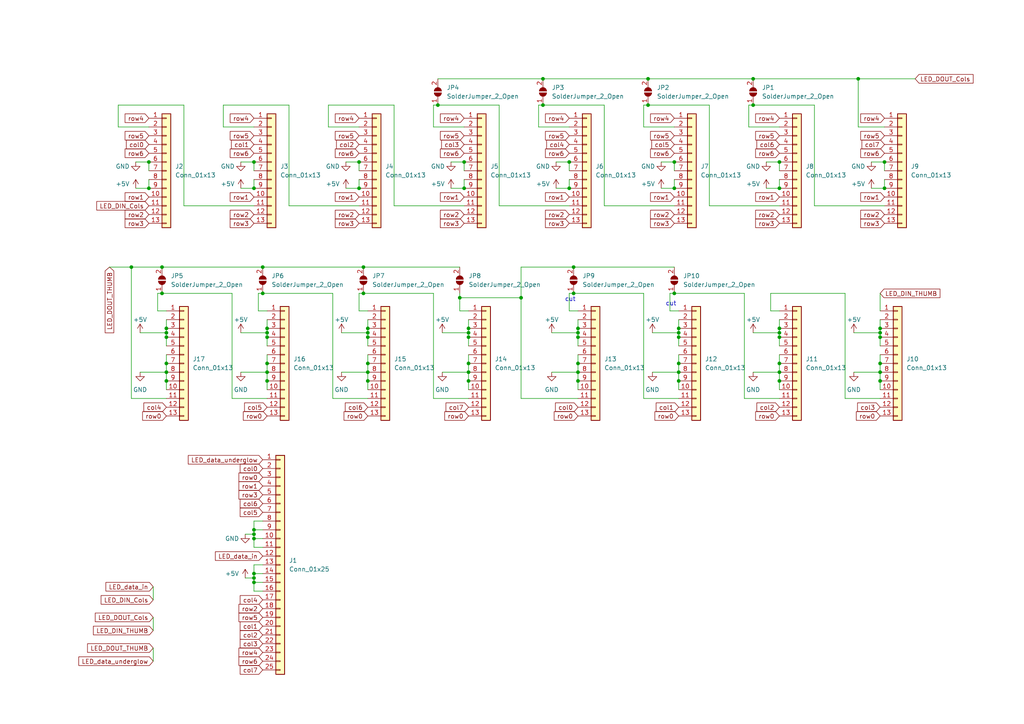
<source format=kicad_sch>
(kicad_sch (version 20230808) (generator eeschema)
  (paper "A4")
  (lib_symbols
    (symbol "Connector_Generic:Conn_01x13" (pin_names (offset 1.016) hide)
      (property "Reference" "J" (at 0 17.78 0))
      (property "Value" "Conn_01x13" (at 0 -17.78 0))
      (symbol "Conn_01x13_1_1"
        (rectangle (start -1.27 -15.113) (end 0 -15.367) (stroke (width 0.1524)))
        (rectangle (start -1.27 -12.573) (end 0 -12.827) (stroke (width 0.1524)))
        (rectangle (start -1.27 -10.033) (end 0 -10.287) (stroke (width 0.1524)))
        (rectangle (start -1.27 -7.493) (end 0 -7.747) (stroke (width 0.1524)))
        (rectangle (start -1.27 -4.953) (end 0 -5.207) (stroke (width 0.1524)))
        (rectangle (start -1.27 -2.413) (end 0 -2.667) (stroke (width 0.1524)))
        (rectangle (start -1.27 0.127) (end 0 -0.127) (stroke (width 0.1524)))
        (rectangle (start -1.27 2.667) (end 0 2.413) (stroke (width 0.1524)))
        (rectangle (start -1.27 5.207) (end 0 4.953) (stroke (width 0.1524)))
        (rectangle (start -1.27 7.747) (end 0 7.493) (stroke (width 0.1524)))
        (rectangle (start -1.27 10.287) (end 0 10.033) (stroke (width 0.1524)))
        (rectangle (start -1.27 12.827) (end 0 12.573) (stroke (width 0.1524)))
        (rectangle (start -1.27 15.367) (end 0 15.113) (stroke (width 0.1524)))
        (rectangle (start -1.27 16.51) (end 1.27 -16.51) (stroke (width 0.254)) (fill (type background)))
        (pin passive line (at -5.08 15.24 0) (length 3.81) (name "Pin_1") (number "1"))
        (pin passive line (at -5.08 -7.62 0) (length 3.81) (name "Pin_10") (number "10"))
        (pin passive line (at -5.08 -10.16 0) (length 3.81) (name "Pin_11") (number "11"))
        (pin passive line (at -5.08 -12.7 0) (length 3.81) (name "Pin_12") (number "12"))
        (pin passive line (at -5.08 -15.24 0) (length 3.81) (name "Pin_13") (number "13"))
        (pin passive line (at -5.08 12.7 0) (length 3.81) (name "Pin_2") (number "2"))
        (pin passive line (at -5.08 10.16 0) (length 3.81) (name "Pin_3") (number "3"))
        (pin passive line (at -5.08 7.62 0) (length 3.81) (name "Pin_4") (number "4"))
        (pin passive line (at -5.08 5.08 0) (length 3.81) (name "Pin_5") (number "5"))
        (pin passive line (at -5.08 2.54 0) (length 3.81) (name "Pin_6") (number "6"))
        (pin passive line (at -5.08 0 0) (length 3.81) (name "Pin_7") (number "7"))
        (pin passive line (at -5.08 -2.54 0) (length 3.81) (name "Pin_8") (number "8"))
        (pin passive line (at -5.08 -5.08 0) (length 3.81) (name "Pin_9") (number "9"))
      )
    )
    (symbol "Connector_Generic:Conn_01x25" (pin_names (offset 1.016) hide)
      (property "Reference" "J" (at 0 33.02 0))
      (property "Value" "Conn_01x25" (at 0 -33.02 0))
      (symbol "Conn_01x25_1_1"
        (rectangle (start -1.27 -30.353) (end 0 -30.607) (stroke (width 0.1524)))
        (rectangle (start -1.27 -27.813) (end 0 -28.067) (stroke (width 0.1524)))
        (rectangle (start -1.27 -25.273) (end 0 -25.527) (stroke (width 0.1524)))
        (rectangle (start -1.27 -22.733) (end 0 -22.987) (stroke (width 0.1524)))
        (rectangle (start -1.27 -20.193) (end 0 -20.447) (stroke (width 0.1524)))
        (rectangle (start -1.27 -17.653) (end 0 -17.907) (stroke (width 0.1524)))
        (rectangle (start -1.27 -15.113) (end 0 -15.367) (stroke (width 0.1524)))
        (rectangle (start -1.27 -12.573) (end 0 -12.827) (stroke (width 0.1524)))
        (rectangle (start -1.27 -10.033) (end 0 -10.287) (stroke (width 0.1524)))
        (rectangle (start -1.27 -7.493) (end 0 -7.747) (stroke (width 0.1524)))
        (rectangle (start -1.27 -4.953) (end 0 -5.207) (stroke (width 0.1524)))
        (rectangle (start -1.27 -2.413) (end 0 -2.667) (stroke (width 0.1524)))
        (rectangle (start -1.27 0.127) (end 0 -0.127) (stroke (width 0.1524)))
        (rectangle (start -1.27 2.667) (end 0 2.413) (stroke (width 0.1524)))
        (rectangle (start -1.27 5.207) (end 0 4.953) (stroke (width 0.1524)))
        (rectangle (start -1.27 7.747) (end 0 7.493) (stroke (width 0.1524)))
        (rectangle (start -1.27 10.287) (end 0 10.033) (stroke (width 0.1524)))
        (rectangle (start -1.27 12.827) (end 0 12.573) (stroke (width 0.1524)))
        (rectangle (start -1.27 15.367) (end 0 15.113) (stroke (width 0.1524)))
        (rectangle (start -1.27 17.907) (end 0 17.653) (stroke (width 0.1524)))
        (rectangle (start -1.27 20.447) (end 0 20.193) (stroke (width 0.1524)))
        (rectangle (start -1.27 22.987) (end 0 22.733) (stroke (width 0.1524)))
        (rectangle (start -1.27 25.527) (end 0 25.273) (stroke (width 0.1524)))
        (rectangle (start -1.27 28.067) (end 0 27.813) (stroke (width 0.1524)))
        (rectangle (start -1.27 30.607) (end 0 30.353) (stroke (width 0.1524)))
        (rectangle (start -1.27 31.75) (end 1.27 -31.75) (stroke (width 0.254)) (fill (type background)))
        (pin passive line (at -5.08 30.48 0) (length 3.81) (name "Pin_1") (number "1"))
        (pin passive line (at -5.08 7.62 0) (length 3.81) (name "Pin_10") (number "10"))
        (pin passive line (at -5.08 5.08 0) (length 3.81) (name "Pin_11") (number "11"))
        (pin passive line (at -5.08 2.54 0) (length 3.81) (name "Pin_12") (number "12"))
        (pin passive line (at -5.08 0 0) (length 3.81) (name "Pin_13") (number "13"))
        (pin passive line (at -5.08 -2.54 0) (length 3.81) (name "Pin_14") (number "14"))
        (pin passive line (at -5.08 -5.08 0) (length 3.81) (name "Pin_15") (number "15"))
        (pin passive line (at -5.08 -7.62 0) (length 3.81) (name "Pin_16") (number "16"))
        (pin passive line (at -5.08 -10.16 0) (length 3.81) (name "Pin_17") (number "17"))
        (pin passive line (at -5.08 -12.7 0) (length 3.81) (name "Pin_18") (number "18"))
        (pin passive line (at -5.08 -15.24 0) (length 3.81) (name "Pin_19") (number "19"))
        (pin passive line (at -5.08 27.94 0) (length 3.81) (name "Pin_2") (number "2"))
        (pin passive line (at -5.08 -17.78 0) (length 3.81) (name "Pin_20") (number "20"))
        (pin passive line (at -5.08 -20.32 0) (length 3.81) (name "Pin_21") (number "21"))
        (pin passive line (at -5.08 -22.86 0) (length 3.81) (name "Pin_22") (number "22"))
        (pin passive line (at -5.08 -25.4 0) (length 3.81) (name "Pin_23") (number "23"))
        (pin passive line (at -5.08 -27.94 0) (length 3.81) (name "Pin_24") (number "24"))
        (pin passive line (at -5.08 -30.48 0) (length 3.81) (name "Pin_25") (number "25"))
        (pin passive line (at -5.08 25.4 0) (length 3.81) (name "Pin_3") (number "3"))
        (pin passive line (at -5.08 22.86 0) (length 3.81) (name "Pin_4") (number "4"))
        (pin passive line (at -5.08 20.32 0) (length 3.81) (name "Pin_5") (number "5"))
        (pin passive line (at -5.08 17.78 0) (length 3.81) (name "Pin_6") (number "6"))
        (pin passive line (at -5.08 15.24 0) (length 3.81) (name "Pin_7") (number "7"))
        (pin passive line (at -5.08 12.7 0) (length 3.81) (name "Pin_8") (number "8"))
        (pin passive line (at -5.08 10.16 0) (length 3.81) (name "Pin_9") (number "9"))
      )
    )
    (symbol "Jumper:SolderJumper_2_Open" (pin_names (offset 0) hide)
      (property "Reference" "JP" (at 0 2.032 0))
      (property "Value" "SolderJumper_2_Open" (at 0 -2.54 0))
      (symbol "SolderJumper_2_Open_0_1"
        (arc (start -0.254 1.016) (mid -1.2656 0) (end -0.254 -1.016))
        (arc (start -0.254 1.016) (mid -1.2656 0) (end -0.254 -1.016) (fill (type outline)))
        (polyline (pts (xy -0.254 1.016) (xy -0.254 -1.016)))
        (polyline (pts (xy 0.254 1.016) (xy 0.254 -1.016)))
        (arc (start 0.254 -1.016) (mid 1.2656 0) (end 0.254 1.016))
        (arc (start 0.254 -1.016) (mid 1.2656 0) (end 0.254 1.016) (fill (type outline)))
      )
      (symbol "SolderJumper_2_Open_1_1"
        (pin passive line (at -3.81 0 0) (length 2.54) (name "A") (number "1"))
        (pin passive line (at 3.81 0 180) (length 2.54) (name "B") (number "2"))
      )
    )
    (symbol "power:+5V" (power) (pin_names (offset 0))
      (property "Value" "+5V" (at 0 3.556 0))
      (symbol "+5V_0_1"
        (polyline (pts (xy -0.762 1.27) (xy 0 2.54)))
        (polyline (pts (xy 0 0) (xy 0 2.54)))
        (polyline (pts (xy 0 2.54) (xy 0.762 1.27)))
      )
      (symbol "+5V_1_1"
        (pin power_in line (at 0 0 90) (length 0) hide (name "+5V") (number "1"))
      )
    )
    (symbol "power:GND" (power) (pin_names (offset 0))
      (property "Value" "GND" (at 0 -3.81 0))
      (symbol "GND_0_1"
        (polyline (pts (xy 0 0) (xy 0 -1.27) (xy 1.27 -1.27) (xy 0 -2.54) (xy -1.27 -1.27) (xy 0 -1.27)))
      )
      (symbol "GND_1_1"
        (pin power_in line (at 0 0 270) (length 0) hide (name "GND") (number "1"))
      )
    )
  )
  (junction (at 195.58 46.99))
  (junction (at 248.92 22.86))
  (junction (at 48.26 105.41))
  (junction (at 106.68 95.25))
  (junction (at 73.66 153.67))
  (junction (at 73.66 168.91))
  (junction (at 48.26 110.49))
  (junction (at 134.62 46.99))
  (junction (at 135.89 96.52))
  (junction (at 104.14 46.99))
  (junction (at 76.2 85.09))
  (junction (at 167.64 97.79))
  (junction (at 135.89 110.49))
  (junction (at 77.47 97.79))
  (junction (at 133.35 86.36))
  (junction (at 218.44 30.48))
  (junction (at 167.64 95.25))
  (junction (at 77.47 105.41))
  (junction (at 73.66 167.64))
  (junction (at 77.47 95.25))
  (junction (at 76.2 77.47))
  (junction (at 77.47 110.49))
  (junction (at 167.64 105.41))
  (junction (at 151.13 86.36))
  (junction (at 196.85 96.52))
  (junction (at 105.41 77.47))
  (junction (at 226.06 96.52))
  (junction (at 135.89 97.79))
  (junction (at 255.27 107.95))
  (junction (at 165.1 46.99))
  (junction (at 73.66 54.61))
  (junction (at 195.58 85.09))
  (junction (at 256.54 46.99))
  (junction (at 48.26 97.79))
  (junction (at 167.64 107.95))
  (junction (at 166.37 77.47))
  (junction (at 73.66 156.21))
  (junction (at 255.27 96.52))
  (junction (at 106.68 105.41))
  (junction (at 226.06 110.49))
  (junction (at 218.44 22.86))
  (junction (at 166.37 85.09))
  (junction (at 255.27 110.49))
  (junction (at 196.85 97.79))
  (junction (at 195.58 54.61))
  (junction (at 196.85 107.95))
  (junction (at 106.68 96.52))
  (junction (at 187.96 22.86))
  (junction (at 165.1 54.61))
  (junction (at 135.89 95.25))
  (junction (at 73.66 166.37))
  (junction (at 106.68 107.95))
  (junction (at 226.06 46.99))
  (junction (at 43.18 46.99))
  (junction (at 106.68 110.49))
  (junction (at 255.27 95.25))
  (junction (at 106.68 97.79))
  (junction (at 157.48 22.86))
  (junction (at 77.47 96.52))
  (junction (at 187.96 30.48))
  (junction (at 43.18 54.61))
  (junction (at 226.06 54.61))
  (junction (at 48.26 95.25))
  (junction (at 46.99 85.09))
  (junction (at 104.14 54.61))
  (junction (at 196.85 95.25))
  (junction (at 256.54 54.61))
  (junction (at 255.27 97.79))
  (junction (at 196.85 105.41))
  (junction (at 127 30.48))
  (junction (at 226.06 105.41))
  (junction (at 135.89 107.95))
  (junction (at 167.64 110.49))
  (junction (at 73.66 46.99))
  (junction (at 226.06 95.25))
  (junction (at 196.85 110.49))
  (junction (at 46.99 77.47))
  (junction (at 48.26 96.52))
  (junction (at 77.47 107.95))
  (junction (at 135.89 105.41))
  (junction (at 105.41 85.09))
  (junction (at 38.1 77.47))
  (junction (at 167.64 96.52))
  (junction (at 134.62 54.61))
  (junction (at 157.48 30.48))
  (junction (at 226.06 97.79))
  (junction (at 255.27 105.41))
  (junction (at 48.26 107.95))
  (junction (at 73.66 154.94))
  (junction (at 226.06 107.95))
  (wire (pts (xy 134.62 36.83) (xy 125.73 36.83)))
  (wire (pts (xy 186.69 115.57) (xy 196.85 115.57)))
  (wire (pts (xy 186.69 115.57) (xy 186.69 85.09)))
  (wire (pts (xy 73.66 46.99) (xy 73.66 49.53)))
  (wire (pts (xy 195.58 85.09) (xy 194.31 85.09)))
  (wire (pts (xy 160.02 96.52) (xy 167.64 96.52)))
  (wire (pts (xy 194.31 90.17) (xy 196.85 90.17)))
  (wire (pts (xy 226.06 36.83) (xy 217.17 36.83)))
  (wire (pts (xy 130.81 46.99) (xy 134.62 46.99)))
  (wire (pts (xy 189.23 107.95) (xy 196.85 107.95)))
  (wire (pts (xy 205.74 30.48) (xy 205.74 59.69)))
  (wire (pts (xy 175.26 30.48) (xy 175.26 59.69)))
  (wire (pts (xy 255.27 115.57) (xy 245.11 115.57)))
  (wire (pts (xy 77.47 110.49) (xy 77.47 113.03)))
  (wire (pts (xy 247.65 96.52) (xy 255.27 96.52)))
  (wire (pts (xy 165.1 90.17) (xy 167.64 90.17)))
  (wire (pts (xy 48.26 96.52) (xy 48.26 97.79)))
  (wire (pts (xy 135.89 90.17) (xy 133.35 90.17)))
  (wire (pts (xy 135.89 96.52) (xy 135.89 97.79)))
  (wire (pts (xy 128.27 96.52) (xy 135.89 96.52)))
  (wire (pts (xy 255.27 85.09) (xy 255.27 90.17)))
  (wire (pts (xy 77.47 96.52) (xy 77.47 97.79)))
  (wire (pts (xy 76.2 158.75) (xy 73.66 158.75)))
  (wire (pts (xy 248.92 36.83) (xy 248.92 22.86)))
  (wire (pts (xy 255.27 102.87) (xy 255.27 105.41)))
  (wire (pts (xy 40.64 96.52) (xy 48.26 96.52)))
  (wire (pts (xy 255.27 96.52) (xy 255.27 97.79)))
  (wire (pts (xy 186.69 36.83) (xy 186.69 30.48)))
  (wire (pts (xy 73.66 154.94) (xy 73.66 153.67)))
  (wire (pts (xy 73.66 52.07) (xy 73.66 54.61)))
  (wire (pts (xy 125.73 36.83) (xy 125.73 30.48)))
  (wire (pts (xy 217.17 36.83) (xy 217.17 30.48)))
  (wire (pts (xy 175.26 59.69) (xy 195.58 59.69)))
  (wire (pts (xy 76.2 163.83) (xy 73.66 163.83)))
  (wire (pts (xy 48.26 102.87) (xy 48.26 105.41)))
  (wire (pts (xy 48.26 110.49) (xy 48.26 113.03)))
  (wire (pts (xy 34.29 36.83) (xy 34.29 30.48)))
  (wire (pts (xy 195.58 36.83) (xy 186.69 36.83)))
  (wire (pts (xy 48.26 107.95) (xy 48.26 110.49)))
  (wire (pts (xy 256.54 52.07) (xy 256.54 54.61)))
  (wire (pts (xy 38.1 115.57) (xy 48.26 115.57)))
  (wire (pts (xy 165.1 46.99) (xy 165.1 49.53)))
  (wire (pts (xy 73.66 166.37) (xy 76.2 166.37)))
  (wire (pts (xy 48.26 97.79) (xy 48.26 100.33)))
  (wire (pts (xy 73.66 36.83) (xy 64.77 36.83)))
  (wire (pts (xy 226.06 115.57) (xy 215.9 115.57)))
  (wire (pts (xy 226.06 96.52) (xy 226.06 97.79)))
  (wire (pts (xy 44.45 179.07) (xy 44.45 182.88)))
  (wire (pts (xy 166.37 85.09) (xy 165.1 85.09)))
  (wire (pts (xy 156.21 36.83) (xy 156.21 30.48)))
  (wire (pts (xy 226.06 107.95) (xy 226.06 110.49)))
  (wire (pts (xy 73.66 153.67) (xy 76.2 153.67)))
  (wire (pts (xy 127 30.48) (xy 144.78 30.48)))
  (wire (pts (xy 77.47 105.41) (xy 77.47 107.95)))
  (wire (pts (xy 167.64 110.49) (xy 167.64 113.03)))
  (wire (pts (xy 167.64 105.41) (xy 167.64 107.95)))
  (wire (pts (xy 191.77 54.61) (xy 195.58 54.61)))
  (wire (pts (xy 157.48 22.86) (xy 187.96 22.86)))
  (wire (pts (xy 135.89 110.49) (xy 135.89 113.03)))
  (wire (pts (xy 165.1 85.09) (xy 165.1 90.17)))
  (wire (pts (xy 96.52 85.09) (xy 76.2 85.09)))
  (wire (pts (xy 53.34 59.69) (xy 73.66 59.69)))
  (wire (pts (xy 196.85 92.71) (xy 196.85 95.25)))
  (wire (pts (xy 167.64 107.95) (xy 167.64 110.49)))
  (wire (pts (xy 135.89 97.79) (xy 135.89 100.33)))
  (wire (pts (xy 99.06 96.52) (xy 106.68 96.52)))
  (wire (pts (xy 73.66 163.83) (xy 73.66 166.37)))
  (wire (pts (xy 96.52 115.57) (xy 96.52 85.09)))
  (wire (pts (xy 252.73 46.99) (xy 256.54 46.99)))
  (wire (pts (xy 194.31 85.09) (xy 194.31 90.17)))
  (wire (pts (xy 77.47 92.71) (xy 77.47 95.25)))
  (wire (pts (xy 77.47 102.87) (xy 77.47 105.41)))
  (wire (pts (xy 196.85 107.95) (xy 196.85 110.49)))
  (wire (pts (xy 45.72 85.09) (xy 45.72 90.17)))
  (wire (pts (xy 222.25 46.99) (xy 226.06 46.99)))
  (wire (pts (xy 255.27 92.71) (xy 255.27 95.25)))
  (wire (pts (xy 133.35 85.09) (xy 133.35 86.36)))
  (wire (pts (xy 135.89 95.25) (xy 135.89 96.52)))
  (wire (pts (xy 135.89 92.71) (xy 135.89 95.25)))
  (wire (pts (xy 77.47 97.79) (xy 77.47 100.33)))
  (wire (pts (xy 167.64 102.87) (xy 167.64 105.41)))
  (wire (pts (xy 125.73 30.48) (xy 127 30.48)))
  (wire (pts (xy 100.33 54.61) (xy 104.14 54.61)))
  (wire (pts (xy 46.99 85.09) (xy 45.72 85.09)))
  (wire (pts (xy 125.73 85.09) (xy 105.41 85.09)))
  (wire (pts (xy 64.77 30.48) (xy 83.82 30.48)))
  (wire (pts (xy 226.06 97.79) (xy 226.06 100.33)))
  (wire (pts (xy 161.29 46.99) (xy 165.1 46.99)))
  (wire (pts (xy 77.47 95.25) (xy 77.47 96.52)))
  (wire (pts (xy 195.58 46.99) (xy 195.58 49.53)))
  (wire (pts (xy 130.81 54.61) (xy 134.62 54.61)))
  (wire (pts (xy 48.26 95.25) (xy 48.26 96.52)))
  (wire (pts (xy 222.25 54.61) (xy 226.06 54.61)))
  (wire (pts (xy 67.31 115.57) (xy 67.31 85.09)))
  (wire (pts (xy 223.52 90.17) (xy 226.06 90.17)))
  (wire (pts (xy 76.2 77.47) (xy 105.41 77.47)))
  (wire (pts (xy 218.44 107.95) (xy 226.06 107.95)))
  (wire (pts (xy 48.26 92.71) (xy 48.26 95.25)))
  (wire (pts (xy 226.06 46.99) (xy 226.06 49.53)))
  (wire (pts (xy 226.06 92.71) (xy 226.06 95.25)))
  (wire (pts (xy 106.68 115.57) (xy 96.52 115.57)))
  (wire (pts (xy 95.25 36.83) (xy 95.25 30.48)))
  (wire (pts (xy 134.62 52.07) (xy 134.62 54.61)))
  (wire (pts (xy 104.14 46.99) (xy 104.14 49.53)))
  (wire (pts (xy 106.68 105.41) (xy 106.68 107.95)))
  (wire (pts (xy 218.44 22.86) (xy 248.92 22.86)))
  (wire (pts (xy 76.2 85.09) (xy 74.93 85.09)))
  (wire (pts (xy 144.78 59.69) (xy 165.1 59.69)))
  (wire (pts (xy 144.78 30.48) (xy 144.78 59.69)))
  (wire (pts (xy 100.33 46.99) (xy 104.14 46.99)))
  (wire (pts (xy 196.85 105.41) (xy 196.85 107.95)))
  (wire (pts (xy 106.68 97.79) (xy 106.68 100.33)))
  (wire (pts (xy 40.64 107.95) (xy 48.26 107.95)))
  (wire (pts (xy 195.58 52.07) (xy 195.58 54.61)))
  (wire (pts (xy 236.22 30.48) (xy 236.22 59.69)))
  (wire (pts (xy 156.21 30.48) (xy 157.48 30.48)))
  (wire (pts (xy 218.44 30.48) (xy 236.22 30.48)))
  (wire (pts (xy 48.26 105.41) (xy 48.26 107.95)))
  (wire (pts (xy 44.45 187.96) (xy 44.45 191.77)))
  (wire (pts (xy 73.66 158.75) (xy 73.66 156.21)))
  (wire (pts (xy 167.64 95.25) (xy 167.64 96.52)))
  (wire (pts (xy 45.72 90.17) (xy 48.26 90.17)))
  (wire (pts (xy 196.85 95.25) (xy 196.85 96.52)))
  (wire (pts (xy 256.54 36.83) (xy 248.92 36.83)))
  (wire (pts (xy 76.2 171.45) (xy 73.66 171.45)))
  (wire (pts (xy 167.64 97.79) (xy 167.64 100.33)))
  (wire (pts (xy 114.3 59.69) (xy 134.62 59.69)))
  (wire (pts (xy 135.89 105.41) (xy 135.89 107.95)))
  (wire (pts (xy 64.77 36.83) (xy 64.77 30.48)))
  (wire (pts (xy 106.68 110.49) (xy 106.68 113.03)))
  (wire (pts (xy 44.45 170.18) (xy 44.45 173.99)))
  (wire (pts (xy 106.68 95.25) (xy 106.68 96.52)))
  (wire (pts (xy 187.96 22.86) (xy 218.44 22.86)))
  (wire (pts (xy 167.64 92.71) (xy 167.64 95.25)))
  (wire (pts (xy 205.74 59.69) (xy 226.06 59.69)))
  (wire (pts (xy 186.69 30.48) (xy 187.96 30.48)))
  (wire (pts (xy 186.69 85.09) (xy 166.37 85.09)))
  (wire (pts (xy 105.41 77.47) (xy 133.35 77.47)))
  (wire (pts (xy 218.44 96.52) (xy 226.06 96.52)))
  (wire (pts (xy 106.68 107.95) (xy 106.68 110.49)))
  (wire (pts (xy 43.18 52.07) (xy 43.18 54.61)))
  (wire (pts (xy 83.82 59.69) (xy 104.14 59.69)))
  (wire (pts (xy 245.11 115.57) (xy 245.11 85.09)))
  (wire (pts (xy 67.31 85.09) (xy 46.99 85.09)))
  (wire (pts (xy 252.73 54.61) (xy 256.54 54.61)))
  (wire (pts (xy 226.06 95.25) (xy 226.06 96.52)))
  (wire (pts (xy 217.17 30.48) (xy 218.44 30.48)))
  (wire (pts (xy 135.89 107.95) (xy 135.89 110.49)))
  (wire (pts (xy 196.85 102.87) (xy 196.85 105.41)))
  (wire (pts (xy 73.66 166.37) (xy 73.66 167.64)))
  (wire (pts (xy 135.89 102.87) (xy 135.89 105.41)))
  (wire (pts (xy 196.85 96.52) (xy 196.85 97.79)))
  (wire (pts (xy 39.37 46.99) (xy 43.18 46.99)))
  (wire (pts (xy 43.18 36.83) (xy 34.29 36.83)))
  (wire (pts (xy 73.66 154.94) (xy 73.66 156.21)))
  (wire (pts (xy 196.85 110.49) (xy 196.85 113.03)))
  (wire (pts (xy 46.99 77.47) (xy 76.2 77.47)))
  (wire (pts (xy 73.66 153.67) (xy 73.66 151.13)))
  (wire (pts (xy 106.68 92.71) (xy 106.68 95.25)))
  (wire (pts (xy 157.48 30.48) (xy 175.26 30.48)))
  (wire (pts (xy 67.31 115.57) (xy 77.47 115.57)))
  (wire (pts (xy 69.85 107.95) (xy 77.47 107.95)))
  (wire (pts (xy 135.89 115.57) (xy 125.73 115.57)))
  (wire (pts (xy 226.06 52.07) (xy 226.06 54.61)))
  (wire (pts (xy 255.27 105.41) (xy 255.27 107.95)))
  (wire (pts (xy 226.06 110.49) (xy 226.06 113.03)))
  (wire (pts (xy 77.47 107.95) (xy 77.47 110.49)))
  (wire (pts (xy 223.52 85.09) (xy 223.52 90.17)))
  (wire (pts (xy 104.14 85.09) (xy 104.14 90.17)))
  (wire (pts (xy 226.06 105.41) (xy 226.06 107.95)))
  (wire (pts (xy 151.13 115.57) (xy 167.64 115.57)))
  (wire (pts (xy 38.1 77.47) (xy 38.1 115.57)))
  (wire (pts (xy 73.66 167.64) (xy 73.66 168.91)))
  (wire (pts (xy 39.37 54.61) (xy 43.18 54.61)))
  (wire (pts (xy 187.96 30.48) (xy 205.74 30.48)))
  (wire (pts (xy 99.06 107.95) (xy 106.68 107.95)))
  (wire (pts (xy 151.13 86.36) (xy 133.35 86.36)))
  (wire (pts (xy 38.1 77.47) (xy 46.99 77.47)))
  (wire (pts (xy 114.3 30.48) (xy 114.3 59.69)))
  (wire (pts (xy 74.93 90.17) (xy 77.47 90.17)))
  (wire (pts (xy 166.37 77.47) (xy 151.13 77.47)))
  (wire (pts (xy 69.85 96.52) (xy 77.47 96.52)))
  (wire (pts (xy 133.35 86.36) (xy 133.35 90.17)))
  (wire (pts (xy 74.93 85.09) (xy 74.93 90.17)))
  (wire (pts (xy 73.66 168.91) (xy 73.66 171.45)))
  (wire (pts (xy 215.9 115.57) (xy 215.9 85.09)))
  (wire (pts (xy 43.18 46.99) (xy 43.18 49.53)))
  (wire (pts (xy 83.82 30.48) (xy 83.82 59.69)))
  (wire (pts (xy 160.02 107.95) (xy 167.64 107.95)))
  (wire (pts (xy 125.73 115.57) (xy 125.73 85.09)))
  (wire (pts (xy 134.62 46.99) (xy 134.62 49.53)))
  (wire (pts (xy 95.25 30.48) (xy 114.3 30.48)))
  (wire (pts (xy 71.12 154.94) (xy 73.66 154.94)))
  (wire (pts (xy 256.54 46.99) (xy 256.54 49.53)))
  (wire (pts (xy 226.06 102.87) (xy 226.06 105.41)))
  (wire (pts (xy 191.77 46.99) (xy 195.58 46.99)))
  (wire (pts (xy 106.68 102.87) (xy 106.68 105.41)))
  (wire (pts (xy 76.2 156.21) (xy 73.66 156.21)))
  (wire (pts (xy 73.66 151.13) (xy 76.2 151.13)))
  (wire (pts (xy 76.2 168.91) (xy 73.66 168.91)))
  (wire (pts (xy 69.85 46.99) (xy 73.66 46.99)))
  (wire (pts (xy 247.65 107.95) (xy 255.27 107.95)))
  (wire (pts (xy 255.27 107.95) (xy 255.27 110.49)))
  (wire (pts (xy 105.41 85.09) (xy 104.14 85.09)))
  (wire (pts (xy 248.92 22.86) (xy 265.43 22.86)))
  (wire (pts (xy 104.14 52.07) (xy 104.14 54.61)))
  (wire (pts (xy 255.27 110.49) (xy 255.27 113.03)))
  (wire (pts (xy 151.13 115.57) (xy 151.13 86.36)))
  (wire (pts (xy 167.64 96.52) (xy 167.64 97.79)))
  (wire (pts (xy 34.29 30.48) (xy 53.34 30.48)))
  (wire (pts (xy 236.22 59.69) (xy 256.54 59.69)))
  (wire (pts (xy 245.11 85.09) (xy 223.52 85.09)))
  (wire (pts (xy 255.27 95.25) (xy 255.27 96.52)))
  (wire (pts (xy 215.9 85.09) (xy 195.58 85.09)))
  (wire (pts (xy 196.85 97.79) (xy 196.85 100.33)))
  (wire (pts (xy 104.14 36.83) (xy 95.25 36.83)))
  (wire (pts (xy 151.13 77.47) (xy 151.13 86.36)))
  (wire (pts (xy 166.37 77.47) (xy 195.58 77.47)))
  (wire (pts (xy 106.68 96.52) (xy 106.68 97.79)))
  (wire (pts (xy 104.14 90.17) (xy 106.68 90.17)))
  (wire (pts (xy 255.27 97.79) (xy 255.27 100.33)))
  (wire (pts (xy 69.85 54.61) (xy 73.66 54.61)))
  (wire (pts (xy 127 22.86) (xy 157.48 22.86)))
  (wire (pts (xy 189.23 96.52) (xy 196.85 96.52)))
  (wire (pts (xy 73.66 167.64) (xy 71.12 167.64)))
  (wire (pts (xy 128.27 107.95) (xy 135.89 107.95)))
  (wire (pts (xy 53.34 30.48) (xy 53.34 59.69)))
  (wire (pts (xy 165.1 52.07) (xy 165.1 54.61)))
  (wire (pts (xy 31.75 77.47) (xy 38.1 77.47)))
  (wire (pts (xy 165.1 36.83) (xy 156.21 36.83)))
  (wire (pts (xy 161.29 54.61) (xy 165.1 54.61)))
  (text "cut" (at 193.04 88.9 0) (effects (font (size 1.27 1.27)) (justify left bottom)))
  (text "cut" (at 163.83 87.63 0) (effects (font (size 1.27 1.27)) (justify left bottom)))
  (global_label "row2" (shape input) (at 76.2 176.53 180) (property "Intersheetrefs" "${INTERSHEET_REFS}" (effects hide)))
  (global_label "row4" (shape input) (at 256.54 34.29 180) (property "Intersheetrefs" "${INTERSHEET_REFS}" (effects hide)))
  (global_label "row3" (shape input) (at 76.2 143.51 180) (property "Intersheetrefs" "${INTERSHEET_REFS}" (effects hide)))
  (global_label "row5" (shape input) (at 226.06 39.37 180) (property "Intersheetrefs" "${INTERSHEET_REFS}" (effects hide)))
  (global_label "col1" (shape input) (at 73.66 41.91 180) (property "Intersheetrefs" "${INTERSHEET_REFS}" (effects hide)))
  (global_label "col7" (shape input) (at 76.2 194.31 180) (property "Intersheetrefs" "${INTERSHEET_REFS}" (effects hide)))
  (global_label "row3" (shape input) (at 195.58 64.77 180) (property "Intersheetrefs" "${INTERSHEET_REFS}" (effects hide)))
  (global_label "col5" (shape input) (at 195.58 41.91 180) (property "Intersheetrefs" "${INTERSHEET_REFS}" (effects hide)))
  (global_label "LED_data_underglow" (shape input) (at 76.2 133.35 180) (property "Intersheetrefs" "${INTERSHEET_REFS}" (effects hide)))
  (global_label "LED_DIN_Cols" (shape input) (at 43.18 59.69 180) (property "Intersheetrefs" "${INTERSHEET_REFS}" (effects hide)))
  (global_label "col0" (shape input) (at 167.64 118.11 180) (property "Intersheetrefs" "${INTERSHEET_REFS}" (effects hide)))
  (global_label "row0" (shape input) (at 167.64 120.65 180) (property "Intersheetrefs" "${INTERSHEET_REFS}" (effects hide)))
  (global_label "LED_DIN_THUMB" (shape input) (at 255.27 85.09 0) (property "Intersheetrefs" "${INTERSHEET_REFS}" (effects hide)))
  (global_label "col4" (shape input) (at 165.1 41.91 180) (property "Intersheetrefs" "${INTERSHEET_REFS}" (effects hide)))
  (global_label "col3" (shape input) (at 255.27 118.11 180) (property "Intersheetrefs" "${INTERSHEET_REFS}" (effects hide)))
  (global_label "row1" (shape input) (at 226.06 57.15 180) (property "Intersheetrefs" "${INTERSHEET_REFS}" (effects hide)))
  (global_label "LED_DIN_Cols" (shape input) (at 44.45 173.99 180) (property "Intersheetrefs" "${INTERSHEET_REFS}" (effects hide)))
  (global_label "row3" (shape input) (at 256.54 64.77 180) (property "Intersheetrefs" "${INTERSHEET_REFS}" (effects hide)))
  (global_label "LED_DOUT_Cols" (shape input) (at 44.45 179.07 180) (property "Intersheetrefs" "${INTERSHEET_REFS}" (effects hide)))
  (global_label "row5" (shape input) (at 134.62 39.37 180) (property "Intersheetrefs" "${INTERSHEET_REFS}" (effects hide)))
  (global_label "LED_data_in" (shape input) (at 44.45 170.18 180) (property "Intersheetrefs" "${INTERSHEET_REFS}" (effects hide)))
  (global_label "row0" (shape input) (at 196.85 120.65 180) (property "Intersheetrefs" "${INTERSHEET_REFS}" (effects hide)))
  (global_label "row6" (shape input) (at 73.66 44.45 180) (property "Intersheetrefs" "${INTERSHEET_REFS}" (effects hide)))
  (global_label "row4" (shape input) (at 165.1 34.29 180) (property "Intersheetrefs" "${INTERSHEET_REFS}" (effects hide)))
  (global_label "row0" (shape input) (at 76.2 138.43 180) (property "Intersheetrefs" "${INTERSHEET_REFS}" (effects hide)))
  (global_label "row6" (shape input) (at 76.2 191.77 180) (property "Intersheetrefs" "${INTERSHEET_REFS}" (effects hide)))
  (global_label "col7" (shape input) (at 256.54 41.91 180) (property "Intersheetrefs" "${INTERSHEET_REFS}" (effects hide)))
  (global_label "row4" (shape input) (at 76.2 189.23 180) (property "Intersheetrefs" "${INTERSHEET_REFS}" (effects hide)))
  (global_label "col3" (shape input) (at 134.62 41.91 180) (property "Intersheetrefs" "${INTERSHEET_REFS}" (effects hide)))
  (global_label "row5" (shape input) (at 76.2 179.07 180) (property "Intersheetrefs" "${INTERSHEET_REFS}" (effects hide)))
  (global_label "row5" (shape input) (at 73.66 39.37 180) (property "Intersheetrefs" "${INTERSHEET_REFS}" (effects hide)))
  (global_label "row0" (shape input) (at 106.68 120.65 180) (property "Intersheetrefs" "${INTERSHEET_REFS}" (effects hide)))
  (global_label "row6" (shape input) (at 43.18 44.45 180) (property "Intersheetrefs" "${INTERSHEET_REFS}" (effects hide)))
  (global_label "row4" (shape input) (at 134.62 34.29 180) (property "Intersheetrefs" "${INTERSHEET_REFS}" (effects hide)))
  (global_label "row2" (shape input) (at 134.62 62.23 180) (property "Intersheetrefs" "${INTERSHEET_REFS}" (effects hide)))
  (global_label "row4" (shape input) (at 73.66 34.29 180) (property "Intersheetrefs" "${INTERSHEET_REFS}" (effects hide)))
  (global_label "col1" (shape input) (at 196.85 118.11 180) (property "Intersheetrefs" "${INTERSHEET_REFS}" (effects hide)))
  (global_label "row1" (shape input) (at 195.58 57.15 180) (property "Intersheetrefs" "${INTERSHEET_REFS}" (effects hide)))
  (global_label "row6" (shape input) (at 256.54 44.45 180) (property "Intersheetrefs" "${INTERSHEET_REFS}" (effects hide)))
  (global_label "row2" (shape input) (at 165.1 62.23 180) (property "Intersheetrefs" "${INTERSHEET_REFS}" (effects hide)))
  (global_label "LED_DIN_THUMB" (shape input) (at 44.45 182.88 180) (property "Intersheetrefs" "${INTERSHEET_REFS}" (effects hide)))
  (global_label "row6" (shape input) (at 226.06 44.45 180) (property "Intersheetrefs" "${INTERSHEET_REFS}" (effects hide)))
  (global_label "row1" (shape input) (at 104.14 57.15 180) (property "Intersheetrefs" "${INTERSHEET_REFS}" (effects hide)))
  (global_label "LED_DOUT_THUMB" (shape input) (at 31.75 77.47 270) (property "Intersheetrefs" "${INTERSHEET_REFS}" (effects hide)))
  (global_label "LED_data_in" (shape input) (at 76.2 161.29 180) (property "Intersheetrefs" "${INTERSHEET_REFS}" (effects hide)))
  (global_label "row1" (shape input) (at 134.62 57.15 180) (property "Intersheetrefs" "${INTERSHEET_REFS}" (effects hide)))
  (global_label "row0" (shape input) (at 226.06 120.65 180) (property "Intersheetrefs" "${INTERSHEET_REFS}" (effects hide)))
  (global_label "col6" (shape input) (at 106.68 118.11 180) (property "Intersheetrefs" "${INTERSHEET_REFS}" (effects hide)))
  (global_label "row2" (shape input) (at 195.58 62.23 180) (property "Intersheetrefs" "${INTERSHEET_REFS}" (effects hide)))
  (global_label "row0" (shape input) (at 135.89 120.65 180) (property "Intersheetrefs" "${INTERSHEET_REFS}" (effects hide)))
  (global_label "row2" (shape input) (at 104.14 62.23 180) (property "Intersheetrefs" "${INTERSHEET_REFS}" (effects hide)))
  (global_label "col4" (shape input) (at 48.26 118.11 180) (property "Intersheetrefs" "${INTERSHEET_REFS}" (effects hide)))
  (global_label "row4" (shape input) (at 195.58 34.29 180) (property "Intersheetrefs" "${INTERSHEET_REFS}" (effects hide)))
  (global_label "col5" (shape input) (at 76.2 148.59 180) (property "Intersheetrefs" "${INTERSHEET_REFS}" (effects hide)))
  (global_label "row5" (shape input) (at 256.54 39.37 180) (property "Intersheetrefs" "${INTERSHEET_REFS}" (effects hide)))
  (global_label "row5" (shape input) (at 104.14 39.37 180) (property "Intersheetrefs" "${INTERSHEET_REFS}" (effects hide)))
  (global_label "col2" (shape input) (at 104.14 41.91 180) (property "Intersheetrefs" "${INTERSHEET_REFS}" (effects hide)))
  (global_label "col7" (shape input) (at 135.89 118.11 180) (property "Intersheetrefs" "${INTERSHEET_REFS}" (effects hide)))
  (global_label "row5" (shape input) (at 195.58 39.37 180) (property "Intersheetrefs" "${INTERSHEET_REFS}" (effects hide)))
  (global_label "row4" (shape input) (at 226.06 34.29 180) (property "Intersheetrefs" "${INTERSHEET_REFS}" (effects hide)))
  (global_label "col2" (shape input) (at 226.06 118.11 180) (property "Intersheetrefs" "${INTERSHEET_REFS}" (effects hide)))
  (global_label "LED_DOUT_THUMB" (shape input) (at 44.45 187.96 180) (property "Intersheetrefs" "${INTERSHEET_REFS}" (effects hide)))
  (global_label "col4" (shape input) (at 76.2 173.99 180) (property "Intersheetrefs" "${INTERSHEET_REFS}" (effects hide)))
  (global_label "row6" (shape input) (at 195.58 44.45 180) (property "Intersheetrefs" "${INTERSHEET_REFS}" (effects hide)))
  (global_label "row5" (shape input) (at 43.18 39.37 180) (property "Intersheetrefs" "${INTERSHEET_REFS}" (effects hide)))
  (global_label "row3" (shape input) (at 43.18 64.77 180) (property "Intersheetrefs" "${INTERSHEET_REFS}" (effects hide)))
  (global_label "col3" (shape input) (at 76.2 186.69 180) (property "Intersheetrefs" "${INTERSHEET_REFS}" (effects hide)))
  (global_label "row4" (shape input) (at 104.14 34.29 180) (property "Intersheetrefs" "${INTERSHEET_REFS}" (effects hide)))
  (global_label "row3" (shape input) (at 104.14 64.77 180) (property "Intersheetrefs" "${INTERSHEET_REFS}" (effects hide)))
  (global_label "row2" (shape input) (at 226.06 62.23 180) (property "Intersheetrefs" "${INTERSHEET_REFS}" (effects hide)))
  (global_label "row1" (shape input) (at 73.66 57.15 180) (property "Intersheetrefs" "${INTERSHEET_REFS}" (effects hide)))
  (global_label "row2" (shape input) (at 256.54 62.23 180) (property "Intersheetrefs" "${INTERSHEET_REFS}" (effects hide)))
  (global_label "row3" (shape input) (at 73.66 64.77 180) (property "Intersheetrefs" "${INTERSHEET_REFS}" (effects hide)))
  (global_label "col0" (shape input) (at 76.2 135.89 180) (property "Intersheetrefs" "${INTERSHEET_REFS}" (effects hide)))
  (global_label "row2" (shape input) (at 73.66 62.23 180) (property "Intersheetrefs" "${INTERSHEET_REFS}" (effects hide)))
  (global_label "col0" (shape input) (at 43.18 41.91 180) (property "Intersheetrefs" "${INTERSHEET_REFS}" (effects hide)))
  (global_label "row6" (shape input) (at 165.1 44.45 180) (property "Intersheetrefs" "${INTERSHEET_REFS}" (effects hide)))
  (global_label "row4" (shape input) (at 43.18 34.29 180) (property "Intersheetrefs" "${INTERSHEET_REFS}" (effects hide)))
  (global_label "row6" (shape input) (at 104.14 44.45 180) (property "Intersheetrefs" "${INTERSHEET_REFS}" (effects hide)))
  (global_label "LED_data_underglow" (shape input) (at 44.45 191.77 180) (property "Intersheetrefs" "${INTERSHEET_REFS}" (effects hide)))
  (global_label "row0" (shape input) (at 48.26 120.65 180) (property "Intersheetrefs" "${INTERSHEET_REFS}" (effects hide)))
  (global_label "col1" (shape input) (at 76.2 181.61 180) (property "Intersheetrefs" "${INTERSHEET_REFS}" (effects hide)))
  (global_label "row6" (shape input) (at 134.62 44.45 180) (property "Intersheetrefs" "${INTERSHEET_REFS}" (effects hide)))
  (global_label "row0" (shape input) (at 77.47 120.65 180) (property "Intersheetrefs" "${INTERSHEET_REFS}" (effects hide)))
  (global_label "col6" (shape input) (at 76.2 146.05 180) (property "Intersheetrefs" "${INTERSHEET_REFS}" (effects hide)))
  (global_label "row1" (shape input) (at 43.18 57.15 180) (property "Intersheetrefs" "${INTERSHEET_REFS}" (effects hide)))
  (global_label "col2" (shape input) (at 76.2 184.15 180) (property "Intersheetrefs" "${INTERSHEET_REFS}" (effects hide)))
  (global_label "LED_DOUT_Cols" (shape input) (at 265.43 22.86 0) (property "Intersheetrefs" "${INTERSHEET_REFS}" (effects hide)))
  (global_label "row0" (shape input) (at 255.27 120.65 180) (property "Intersheetrefs" "${INTERSHEET_REFS}" (effects hide)))
  (global_label "row3" (shape input) (at 165.1 64.77 180) (property "Intersheetrefs" "${INTERSHEET_REFS}" (effects hide)))
  (global_label "row3" (shape input) (at 226.06 64.77 180) (property "Intersheetrefs" "${INTERSHEET_REFS}" (effects hide)))
  (global_label "row2" (shape input) (at 43.18 62.23 180) (property "Intersheetrefs" "${INTERSHEET_REFS}" (effects hide)))
  (global_label "row5" (shape input) (at 165.1 39.37 180) (property "Intersheetrefs" "${INTERSHEET_REFS}" (effects hide)))
  (global_label "row3" (shape input) (at 134.62 64.77 180) (property "Intersheetrefs" "${INTERSHEET_REFS}" (effects hide)))
  (global_label "col6" (shape input) (at 226.06 41.91 180) (property "Intersheetrefs" "${INTERSHEET_REFS}" (effects hide)))
  (global_label "row1" (shape input) (at 76.2 140.97 180) (property "Intersheetrefs" "${INTERSHEET_REFS}" (effects hide)))
  (global_label "col5" (shape input) (at 77.47 118.11 180) (property "Intersheetrefs" "${INTERSHEET_REFS}" (effects hide)))
  (global_label "row1" (shape input) (at 256.54 57.15 180) (property "Intersheetrefs" "${INTERSHEET_REFS}" (effects hide)))
  (global_label "row1" (shape input) (at 165.1 57.15 180) (property "Intersheetrefs" "${INTERSHEET_REFS}" (effects hide)))
  (symbol (lib_id "power:+5V") (at 69.85 96.52 0) (unit 1)
    (property "Reference" "#PWR025" (effects hide))
    (property "Value" "+5V" (at 69.85 92.71 0))
  )
  (symbol (lib_id "Connector_Generic:Conn_01x13") (at 200.66 49.53 0) (unit 1)
    (property "Reference" "J7" (at 203.2 48.26 0) (effects (justify left)))
    (property "Value" "Conn_01x13" (at 203.2 50.8 0) (effects (justify left)))
    (property "Footprint" "cyboard-ffc:FFC Termination 13x0.3 ECT818001568" (effects hide))
    (property "Description" "Generic connector, single row, 01x13, script generated (kicad-library-utils/schlib/autogen/connector/)" (effects hide))
  )
  (symbol (lib_id "Jumper:SolderJumper_2_Open") (at 127 26.67 90) (unit 1)
    (property "Reference" "JP4" (at 129.54 25.4 90) (effects (justify right)))
    (property "Value" "SolderJumper_2_Open" (at 129.54 27.94 90) (effects (justify right)))
    (property "Footprint" "Jumper:SolderJumper-2_P1.3mm_Open_RoundedPad1.0x1.5mm" (effects hide))
    (property "Description" "Solder Jumper, 2-pole, open" (effects hide))
  )
  (symbol (lib_id "power:GND") (at 222.25 46.99 0) (unit 1)
    (property "Reference" "#PWR018" (effects hide))
    (property "Value" "GND" (at 218.44 48.26 0))
  )
  (symbol (lib_id "Connector_Generic:Conn_01x13") (at 53.34 105.41 0) (unit 1)
    (property "Reference" "J17" (at 55.88 104.14 0) (effects (justify left)))
    (property "Value" "Conn_01x13" (at 55.88 106.68 0) (effects (justify left)))
    (property "Footprint" "cyboard-ffc:FFC Termination 13x0.3 ECT818001568" (effects hide))
    (property "Description" "Generic connector, single row, 01x13, script generated (kicad-library-utils/schlib/autogen/connector/)" (effects hide))
  )
  (symbol (lib_id "power:GND") (at 40.64 107.95 0) (unit 1)
    (property "Reference" "#PWR024" (effects hide))
    (property "Value" "GND" (at 40.64 113.03 0))
  )
  (symbol (lib_id "Connector_Generic:Conn_01x13") (at 109.22 49.53 0) (unit 1)
    (property "Reference" "J4" (at 111.76 48.26 0) (effects (justify left)))
    (property "Value" "Conn_01x13" (at 111.76 50.8 0) (effects (justify left)))
    (property "Footprint" "cyboard-ffc:FFC Termination 13x0.3 ECT818001568" (effects hide))
    (property "Description" "Generic connector, single row, 01x13, script generated (kicad-library-utils/schlib/autogen/connector/)" (effects hide))
  )
  (symbol (lib_id "power:+5V") (at 222.25 54.61 0) (unit 1)
    (property "Reference" "#PWR019" (effects hide))
    (property "Value" "+5V" (at 218.44 53.34 0))
  )
  (symbol (lib_id "power:GND") (at 128.27 107.95 0) (unit 1)
    (property "Reference" "#PWR034" (effects hide))
    (property "Value" "GND" (at 128.27 113.03 0))
  )
  (symbol (lib_id "power:+5V") (at 69.85 54.61 0) (unit 1)
    (property "Reference" "#PWR04" (effects hide))
    (property "Value" "+5V" (at 66.04 53.34 0))
  )
  (symbol (lib_id "Jumper:SolderJumper_2_Open") (at 76.2 81.28 90) (unit 1)
    (property "Reference" "JP6" (at 78.74 80.01 90) (effects (justify right)))
    (property "Value" "SolderJumper_2_Open" (at 78.74 82.55 90) (effects (justify right)))
    (property "Footprint" "Jumper:SolderJumper-2_P1.3mm_Open_RoundedPad1.0x1.5mm" (effects hide))
    (property "Description" "Solder Jumper, 2-pole, open" (effects hide))
  )
  (symbol (lib_id "power:GND") (at 100.33 46.99 0) (unit 1)
    (property "Reference" "#PWR06" (effects hide))
    (property "Value" "GND" (at 96.52 48.26 0))
  )
  (symbol (lib_id "Jumper:SolderJumper_2_Open") (at 195.58 81.28 90) (unit 1)
    (property "Reference" "JP10" (at 198.12 80.01 90) (effects (justify right)))
    (property "Value" "SolderJumper_2_Open" (at 198.12 82.55 90) (effects (justify right)))
    (property "Footprint" "Jumper:SolderJumper-2_P1.3mm_Open_RoundedPad1.0x1.5mm" (effects hide))
    (property "Description" "Solder Jumper, 2-pole, open" (effects hide))
  )
  (symbol (lib_id "power:GND") (at 160.02 107.95 0) (unit 1)
    (property "Reference" "#PWR08" (effects hide))
    (property "Value" "GND" (at 160.02 113.03 0))
  )
  (symbol (lib_id "power:GND") (at 161.29 46.99 0) (unit 1)
    (property "Reference" "#PWR012" (effects hide))
    (property "Value" "GND" (at 157.48 48.26 0))
  )
  (symbol (lib_id "power:GND") (at 252.73 46.99 0) (unit 1)
    (property "Reference" "#PWR029" (effects hide))
    (property "Value" "GND" (at 248.92 48.26 0))
  )
  (symbol (lib_id "power:GND") (at 39.37 46.99 0) (unit 1)
    (property "Reference" "#PWR01" (effects hide))
    (property "Value" "GND" (at 35.56 48.26 0))
  )
  (symbol (lib_id "Jumper:SolderJumper_2_Open") (at 46.99 81.28 90) (unit 1)
    (property "Reference" "JP5" (at 49.53 80.01 90) (effects (justify right)))
    (property "Value" "SolderJumper_2_Open" (at 49.53 82.55 90) (effects (justify right)))
    (property "Footprint" "Jumper:SolderJumper-2_P1.3mm_Open_RoundedPad1.0x1.5mm" (effects hide))
    (property "Description" "Solder Jumper, 2-pole, open" (effects hide))
  )
  (symbol (lib_id "Connector_Generic:Conn_01x13") (at 172.72 105.41 0) (unit 1)
    (property "Reference" "J13" (at 175.26 104.14 0) (effects (justify left)))
    (property "Value" "Conn_01x13" (at 175.26 106.68 0) (effects (justify left)))
    (property "Footprint" "cyboard-ffc:FFC Termination 13x0.3 ECT818001568" (effects hide))
    (property "Description" "Generic connector, single row, 01x13, script generated (kicad-library-utils/schlib/autogen/connector/)" (effects hide))
  )
  (symbol (lib_id "power:+5V") (at 247.65 96.52 0) (unit 1)
    (property "Reference" "#PWR021" (effects hide))
    (property "Value" "+5V" (at 247.65 92.71 0))
  )
  (symbol (lib_id "Connector_Generic:Conn_01x13") (at 231.14 105.41 0) (unit 1)
    (property "Reference" "J11" (at 233.68 104.14 0) (effects (justify left)))
    (property "Value" "Conn_01x13" (at 233.68 106.68 0) (effects (justify left)))
    (property "Footprint" "cyboard-ffc:FFC Termination 13x0.3 ECT818001568" (effects hide))
    (property "Description" "Generic connector, single row, 01x13, script generated (kicad-library-utils/schlib/autogen/connector/)" (effects hide))
  )
  (symbol (lib_id "Connector_Generic:Conn_01x13") (at 231.14 49.53 0) (unit 1)
    (property "Reference" "J8" (at 233.68 48.26 0) (effects (justify left)))
    (property "Value" "Conn_01x13" (at 233.68 50.8 0) (effects (justify left)))
    (property "Footprint" "cyboard-ffc:FFC Termination 13x0.3 ECT818001568" (effects hide))
    (property "Description" "Generic connector, single row, 01x13, script generated (kicad-library-utils/schlib/autogen/connector/)" (effects hide))
  )
  (symbol (lib_id "Connector_Generic:Conn_01x13") (at 82.55 105.41 0) (unit 1)
    (property "Reference" "J16" (at 85.09 104.14 0) (effects (justify left)))
    (property "Value" "Conn_01x13" (at 85.09 106.68 0) (effects (justify left)))
    (property "Footprint" "cyboard-ffc:FFC Termination 13x0.3 ECT818001568" (effects hide))
    (property "Description" "Generic connector, single row, 01x13, script generated (kicad-library-utils/schlib/autogen/connector/)" (effects hide))
  )
  (symbol (lib_id "Jumper:SolderJumper_2_Open") (at 166.37 81.28 90) (unit 1)
    (property "Reference" "JP9" (at 168.91 80.01 90) (effects (justify right)))
    (property "Value" "SolderJumper_2_Open" (at 168.91 82.55 90) (effects (justify right)))
    (property "Footprint" "Jumper:SolderJumper-2_P1.3mm_Open_RoundedPad1.0x1.5mm" (effects hide))
    (property "Description" "Solder Jumper, 2-pole, open" (effects hide))
  )
  (symbol (lib_id "power:+5V") (at 99.06 96.52 0) (unit 1)
    (property "Reference" "#PWR031" (effects hide))
    (property "Value" "+5V" (at 99.06 92.71 0))
  )
  (symbol (lib_id "power:+5V") (at 128.27 96.52 0) (unit 1)
    (property "Reference" "#PWR033" (effects hide))
    (property "Value" "+5V" (at 128.27 92.71 0))
  )
  (symbol (lib_id "power:GND") (at 189.23 107.95 0) (unit 1)
    (property "Reference" "#PWR014" (effects hide))
    (property "Value" "GND" (at 189.23 113.03 0))
  )
  (symbol (lib_id "power:GND") (at 191.77 46.99 0) (unit 1)
    (property "Reference" "#PWR015" (effects hide))
    (property "Value" "GND" (at 187.96 48.26 0))
  )
  (symbol (lib_id "Connector_Generic:Conn_01x13") (at 139.7 49.53 0) (unit 1)
    (property "Reference" "J5" (at 142.24 48.26 0) (effects (justify left)))
    (property "Value" "Conn_01x13" (at 142.24 50.8 0) (effects (justify left)))
    (property "Footprint" "cyboard-ffc:FFC Termination 13x0.3 ECT818001568" (effects hide))
    (property "Description" "Generic connector, single row, 01x13, script generated (kicad-library-utils/schlib/autogen/connector/)" (effects hide))
  )
  (symbol (lib_id "Connector_Generic:Conn_01x25") (at 81.28 163.83 0) (unit 1)
    (property "Reference" "J1" (at 83.82 162.56 0) (effects (justify left)))
    (property "Value" "Conn_01x25" (at 83.82 165.1 0) (effects (justify left)))
    (property "Footprint" "cyboard-ffc:FFC Termination 25x0.3 ECT818001569" (effects hide))
    (property "Description" "Generic connector, single row, 01x25, script generated (kicad-library-utils/schlib/autogen/connector/)" (effects hide))
  )
  (symbol (lib_id "Connector_Generic:Conn_01x13") (at 140.97 105.41 0) (unit 1)
    (property "Reference" "J14" (at 143.51 104.14 0) (effects (justify left)))
    (property "Value" "Conn_01x13" (at 143.51 106.68 0) (effects (justify left)))
    (property "Footprint" "cyboard-ffc:FFC Termination 13x0.3 ECT818001568" (effects hide))
    (property "Description" "Generic connector, single row, 01x13, script generated (kicad-library-utils/schlib/autogen/connector/)" (effects hide))
  )
  (symbol (lib_id "Jumper:SolderJumper_2_Open") (at 133.35 81.28 90) (unit 1)
    (property "Reference" "JP8" (at 135.89 80.01 90) (effects (justify right)))
    (property "Value" "SolderJumper_2_Open" (at 135.89 82.55 90) (effects (justify right)))
    (property "Footprint" "Jumper:SolderJumper-2_P1.3mm_Open_RoundedPad1.0x1.5mm" (effects hide))
    (property "Description" "Solder Jumper, 2-pole, open" (effects hide))
  )
  (symbol (lib_id "Connector_Generic:Conn_01x13") (at 78.74 49.53 0) (unit 1)
    (property "Reference" "J3" (at 81.28 48.26 0) (effects (justify left)))
    (property "Value" "Conn_01x13" (at 81.28 50.8 0) (effects (justify left)))
    (property "Footprint" "cyboard-ffc:FFC Termination 13x0.3 ECT818001568" (effects hide))
    (property "Description" "Generic connector, single row, 01x13, script generated (kicad-library-utils/schlib/autogen/connector/)" (effects hide))
  )
  (symbol (lib_id "power:GND") (at 218.44 107.95 0) (unit 1)
    (property "Reference" "#PWR020" (effects hide))
    (property "Value" "GND" (at 218.44 113.03 0))
  )
  (symbol (lib_id "Connector_Generic:Conn_01x13") (at 170.18 49.53 0) (unit 1)
    (property "Reference" "J6" (at 172.72 48.26 0) (effects (justify left)))
    (property "Value" "Conn_01x13" (at 172.72 50.8 0) (effects (justify left)))
    (property "Footprint" "cyboard-ffc:FFC Termination 13x0.3 ECT818001568" (effects hide))
    (property "Description" "Generic connector, single row, 01x13, script generated (kicad-library-utils/schlib/autogen/connector/)" (effects hide))
  )
  (symbol (lib_id "Connector_Generic:Conn_01x13") (at 48.26 49.53 0) (unit 1)
    (property "Reference" "J2" (at 50.8 48.26 0) (effects (justify left)))
    (property "Value" "Conn_01x13" (at 50.8 50.8 0) (effects (justify left)))
    (property "Footprint" "cyboard-ffc:FFC Termination 13x0.3 ECT818001568" (effects hide))
    (property "Description" "Generic connector, single row, 01x13, script generated (kicad-library-utils/schlib/autogen/connector/)" (effects hide))
  )
  (symbol (lib_id "Jumper:SolderJumper_2_Open") (at 218.44 26.67 90) (unit 1)
    (property "Reference" "JP1" (at 220.98 25.4 90) (effects (justify right)))
    (property "Value" "SolderJumper_2_Open" (at 220.98 27.94 90) (effects (justify right)))
    (property "Footprint" "Jumper:SolderJumper-2_P1.3mm_Open_RoundedPad1.0x1.5mm" (effects hide))
    (property "Description" "Solder Jumper, 2-pole, open" (effects hide))
  )
  (symbol (lib_id "power:GND") (at 69.85 107.95 0) (unit 1)
    (property "Reference" "#PWR026" (effects hide))
    (property "Value" "GND" (at 69.85 113.03 0))
  )
  (symbol (lib_id "power:+5V") (at 161.29 54.61 0) (unit 1)
    (property "Reference" "#PWR013" (effects hide))
    (property "Value" "+5V" (at 157.48 53.34 0))
  )
  (symbol (lib_id "Connector_Generic:Conn_01x13") (at 201.93 105.41 0) (unit 1)
    (property "Reference" "J12" (at 204.47 104.14 0) (effects (justify left)))
    (property "Value" "Conn_01x13" (at 204.47 106.68 0) (effects (justify left)))
    (property "Footprint" "cyboard-ffc:FFC Termination 13x0.3 ECT818001568" (effects hide))
    (property "Description" "Generic connector, single row, 01x13, script generated (kicad-library-utils/schlib/autogen/connector/)" (effects hide))
  )
  (symbol (lib_id "power:GND") (at 69.85 46.99 0) (unit 1)
    (property "Reference" "#PWR03" (effects hide))
    (property "Value" "GND" (at 66.04 48.26 0))
  )
  (symbol (lib_id "power:GND") (at 71.12 154.94 0) (unit 1)
    (property "Reference" "#PWR027" (effects hide))
    (property "Value" "GND" (at 67.31 156.21 0))
  )
  (symbol (lib_id "power:+5V") (at 130.81 54.61 0) (unit 1)
    (property "Reference" "#PWR010" (effects hide))
    (property "Value" "+5V" (at 127 53.34 0))
  )
  (symbol (lib_id "Connector_Generic:Conn_01x13") (at 260.35 105.41 0) (unit 1)
    (property "Reference" "J10" (at 262.89 104.14 0) (effects (justify left)))
    (property "Value" "Conn_01x13" (at 262.89 106.68 0) (effects (justify left)))
    (property "Footprint" "cyboard-ffc:FFC Termination 13x0.3 ECT818001568" (effects hide))
    (property "Description" "Generic connector, single row, 01x13, script generated (kicad-library-utils/schlib/autogen/connector/)" (effects hide))
  )
  (symbol (lib_id "Connector_Generic:Conn_01x13") (at 261.62 49.53 0) (unit 1)
    (property "Reference" "J9" (at 264.16 48.26 0) (effects (justify left)))
    (property "Value" "Conn_01x13" (at 264.16 50.8 0) (effects (justify left)))
    (property "Footprint" "cyboard-ffc:FFC Termination 13x0.3 ECT818001568" (effects hide))
    (property "Description" "Generic connector, single row, 01x13, script generated (kicad-library-utils/schlib/autogen/connector/)" (effects hide))
  )
  (symbol (lib_id "power:GND") (at 247.65 107.95 0) (unit 1)
    (property "Reference" "#PWR022" (effects hide))
    (property "Value" "GND" (at 247.65 113.03 0))
  )
  (symbol (lib_id "power:GND") (at 130.81 46.99 0) (unit 1)
    (property "Reference" "#PWR09" (effects hide))
    (property "Value" "GND" (at 127 48.26 0))
  )
  (symbol (lib_id "power:+5V") (at 100.33 54.61 0) (unit 1)
    (property "Reference" "#PWR07" (effects hide))
    (property "Value" "+5V" (at 96.52 53.34 0))
  )
  (symbol (lib_id "power:+5V") (at 40.64 96.52 0) (unit 1)
    (property "Reference" "#PWR023" (effects hide))
    (property "Value" "+5V" (at 40.64 92.71 0))
  )
  (symbol (lib_id "power:GND") (at 99.06 107.95 0) (unit 1)
    (property "Reference" "#PWR032" (effects hide))
    (property "Value" "GND" (at 99.06 113.03 0))
  )
  (symbol (lib_id "power:+5V") (at 189.23 96.52 0) (unit 1)
    (property "Reference" "#PWR011" (effects hide))
    (property "Value" "+5V" (at 189.23 92.71 0))
  )
  (symbol (lib_id "power:+5V") (at 39.37 54.61 0) (unit 1)
    (property "Reference" "#PWR02" (effects hide))
    (property "Value" "+5V" (at 35.56 53.34 0))
  )
  (symbol (lib_id "Connector_Generic:Conn_01x13") (at 111.76 105.41 0) (unit 1)
    (property "Reference" "J15" (at 114.3 104.14 0) (effects (justify left)))
    (property "Value" "Conn_01x13" (at 114.3 106.68 0) (effects (justify left)))
    (property "Footprint" "cyboard-ffc:FFC Termination 13x0.3 ECT818001568" (effects hide))
    (property "Description" "Generic connector, single row, 01x13, script generated (kicad-library-utils/schlib/autogen/connector/)" (effects hide))
  )
  (symbol (lib_id "power:+5V") (at 160.02 96.52 0) (unit 1)
    (property "Reference" "#PWR05" (effects hide))
    (property "Value" "+5V" (at 160.02 92.71 0))
  )
  (symbol (lib_id "power:+5V") (at 252.73 54.61 0) (unit 1)
    (property "Reference" "#PWR030" (effects hide))
    (property "Value" "+5V" (at 248.92 53.34 0))
  )
  (symbol (lib_id "Jumper:SolderJumper_2_Open") (at 105.41 81.28 90) (unit 1)
    (property "Reference" "JP7" (at 107.95 80.01 90) (effects (justify right)))
    (property "Value" "SolderJumper_2_Open" (at 107.95 82.55 90) (effects (justify right)))
    (property "Footprint" "Jumper:SolderJumper-2_P1.3mm_Open_RoundedPad1.0x1.5mm" (effects hide))
    (property "Description" "Solder Jumper, 2-pole, open" (effects hide))
  )
  (symbol (lib_id "Jumper:SolderJumper_2_Open") (at 187.96 26.67 90) (unit 1)
    (property "Reference" "JP2" (at 190.5 25.4 90) (effects (justify right)))
    (property "Value" "SolderJumper_2_Open" (at 190.5 27.94 90) (effects (justify right)))
    (property "Footprint" "Jumper:SolderJumper-2_P1.3mm_Open_RoundedPad1.0x1.5mm" (effects hide))
    (property "Description" "Solder Jumper, 2-pole, open" (effects hide))
  )
  (symbol (lib_id "power:+5V") (at 191.77 54.61 0) (unit 1)
    (property "Reference" "#PWR016" (effects hide))
    (property "Value" "+5V" (at 187.96 53.34 0))
  )
  (symbol (lib_id "Jumper:SolderJumper_2_Open") (at 157.48 26.67 90) (unit 1)
    (property "Reference" "JP3" (at 160.02 25.4 90) (effects (justify right)))
    (property "Value" "SolderJumper_2_Open" (at 160.02 27.94 90) (effects (justify right)))
    (property "Footprint" "Jumper:SolderJumper-2_P1.3mm_Open_RoundedPad1.0x1.5mm" (effects hide))
    (property "Description" "Solder Jumper, 2-pole, open" (effects hide))
  )
  (symbol (lib_id "power:+5V") (at 71.12 167.64 0) (unit 1)
    (property "Reference" "#PWR028" (effects hide))
    (property "Value" "+5V" (at 67.31 166.37 0))
  )
  (symbol (lib_id "power:+5V") (at 218.44 96.52 0) (unit 1)
    (property "Reference" "#PWR017" (effects hide))
    (property "Value" "+5V" (at 218.44 92.71 0))
  )
)
</source>
